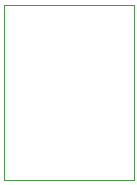
<source format=gbr>
G04 #@! TF.GenerationSoftware,KiCad,Pcbnew,5.1.4*
G04 #@! TF.CreationDate,2019-09-26T11:05:18-04:00*
G04 #@! TF.ProjectId,bluetooth_board,626c7565-746f-46f7-9468-5f626f617264,rev?*
G04 #@! TF.SameCoordinates,PX8442660PY5f8f9f8*
G04 #@! TF.FileFunction,Profile,NP*
%FSLAX46Y46*%
G04 Gerber Fmt 4.6, Leading zero omitted, Abs format (unit mm)*
G04 Created by KiCad (PCBNEW 5.1.4) date 2019-09-26 11:05:18*
%MOMM*%
%LPD*%
G04 APERTURE LIST*
%ADD10C,0.050000*%
G04 APERTURE END LIST*
D10*
X0Y0D02*
X0Y14859000D01*
X11049000Y0D02*
X0Y0D01*
X11049000Y14859000D02*
X11049000Y0D01*
X0Y14859000D02*
X11049000Y14859000D01*
M02*

</source>
